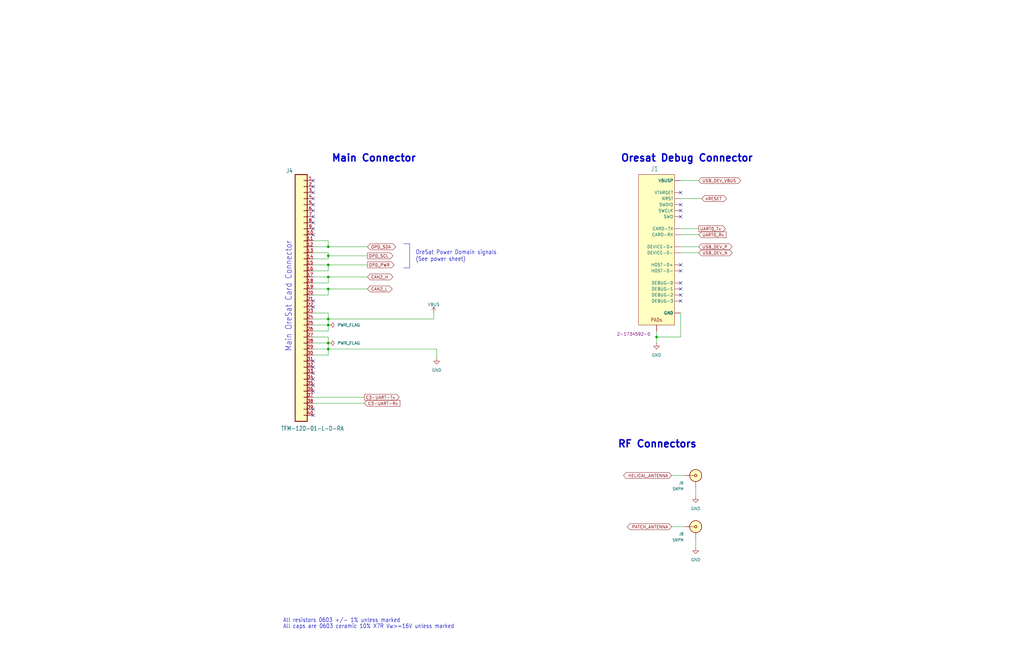
<source format=kicad_sch>
(kicad_sch (version 20250114) (generator "eeschema") (generator_version "9.0")
  (paper "B")
  (title_block (title "Oresat Live Card") (date "2025-09-15") (rev "2.1") (company "Portland State Aerospace Society"))
  (lib_symbols
    (symbol "oresat-connectors:J-MOLEX-SMPM-73300-002X"
      (property "Reference" "J" (at 5.08 -3.81 0))
      (property "Value" "733000020" (at 5.08 -6.35 0))
      (symbol "J-MOLEX-SMPM-73300-002X_1_0"
        (circle (center 0 0) (radius 0.508) (stroke (width 0.254)))
        (circle (center 0 0) (radius 2.54) (stroke (width 0.254)) (fill (type background)))
        (polyline (pts (xy 0.508 0) (xy 3.556 0)) (stroke (width 0.1524)))
        (pin passive line (at 0 -5.08 90) (length 2.54) (name "SHLD") (number "SHLD"))
        (pin passive line (at 5.08 0 180) (length 2.54) (name "SIG") (number "SIG"))
      )
    )
    (symbol "oresat-connectors:J-SAMTEC-TFM-120-01-L-D-RA" (pin_names (hide yes))
      (property "Reference" "J" (at 0 54.61 0))
      (property "Value" "J-SAMTEC-TFM-120-01-L-D-RA" (at 0 52.07 0))
      (symbol "J-SAMTEC-TFM-120-01-L-D-RA_0_1"
        (rectangle (start 2.413 48.387) (end 1.143 48.133) (stroke (width 0.1524)))
        (rectangle (start 2.413 45.847) (end 1.143 45.593) (stroke (width 0.1524)))
        (rectangle (start 2.413 43.307) (end 1.143 43.053) (stroke (width 0.1524)))
        (rectangle (start 2.413 40.767) (end 1.143 40.513) (stroke (width 0.1524)))
        (rectangle (start 2.413 38.227) (end 1.143 37.973) (stroke (width 0.1524)))
        (rectangle (start 2.413 35.687) (end 1.143 35.433) (stroke (width 0.1524)))
        (rectangle (start 2.413 33.147) (end 1.143 32.893) (stroke (width 0.1524)))
        (rectangle (start 2.413 30.607) (end 1.143 30.353) (stroke (width 0.1524)))
        (rectangle (start 2.413 28.067) (end 1.143 27.813) (stroke (width 0.1524)))
        (rectangle (start 2.413 25.527) (end 1.143 25.273) (stroke (width 0.1524)))
        (rectangle (start 2.413 22.987) (end 1.143 22.733) (stroke (width 0.1524)))
        (rectangle (start 2.413 20.447) (end 1.143 20.193) (stroke (width 0.1524)))
        (rectangle (start 2.413 17.907) (end 1.143 17.653) (stroke (width 0.1524)))
        (rectangle (start 2.413 15.367) (end 1.143 15.113) (stroke (width 0.1524)))
        (rectangle (start 2.413 12.827) (end 1.143 12.573) (stroke (width 0.1524)))
        (rectangle (start 2.413 10.287) (end 1.143 10.033) (stroke (width 0.1524)))
        (rectangle (start 2.413 7.747) (end 1.143 7.493) (stroke (width 0.1524)))
        (rectangle (start 2.413 5.207) (end 1.143 4.953) (stroke (width 0.1524)))
        (rectangle (start 2.413 2.667) (end 1.143 2.413) (stroke (width 0.1524)))
        (rectangle (start 2.413 0.127) (end 1.143 -0.127) (stroke (width 0.1524)))
        (rectangle (start 2.413 -2.413) (end 1.143 -2.667) (stroke (width 0.1524)))
        (rectangle (start 2.413 -4.953) (end 1.143 -5.207) (stroke (width 0.1524)))
        (rectangle (start 2.413 -7.493) (end 1.143 -7.747) (stroke (width 0.1524)))
        (rectangle (start 2.413 -10.033) (end 1.143 -10.287) (stroke (width 0.1524)))
        (rectangle (start 2.413 -12.573) (end 1.143 -12.827) (stroke (width 0.1524)))
        (rectangle (start 2.413 -15.113) (end 1.143 -15.367) (stroke (width 0.1524)))
        (rectangle (start 2.413 -17.653) (end 1.143 -17.907) (stroke (width 0.1524)))
        (rectangle (start 2.413 -20.193) (end 1.143 -20.447) (stroke (width 0.1524)))
        (rectangle (start 2.413 -22.733) (end 1.143 -22.987) (stroke (width 0.1524)))
        (rectangle (start 2.413 -25.273) (end 1.143 -25.527) (stroke (width 0.1524)))
        (rectangle (start 2.413 -27.813) (end 1.143 -28.067) (stroke (width 0.1524)))
        (rectangle (start 2.413 -30.353) (end 1.143 -30.607) (stroke (width 0.1524)))
        (rectangle (start 2.413 -32.893) (end 1.143 -33.147) (stroke (width 0.1524)))
        (rectangle (start 2.413 -35.433) (end 1.143 -35.687) (stroke (width 0.1524)))
        (rectangle (start 2.413 -37.973) (end 1.143 -38.227) (stroke (width 0.1524)))
        (rectangle (start 2.413 -40.513) (end 1.143 -40.767) (stroke (width 0.1524)))
        (rectangle (start 2.413 -43.053) (end 1.143 -43.307) (stroke (width 0.1524)))
        (rectangle (start 2.413 -45.593) (end 1.143 -45.847) (stroke (width 0.1524)))
        (rectangle (start 2.413 -48.133) (end 1.143 -48.387) (stroke (width 0.1524)))
        (rectangle (start 2.413 -50.673) (end 1.143 -50.927) (stroke (width 0.1524)))
      )
      (symbol "J-SAMTEC-TFM-120-01-L-D-RA_1_1"
        (rectangle (start -2.54 50.8) (end 2.54 -53.34) (stroke (width 0.4)) (fill (type background)))
        (pin passive line (at 5.08 48.26 180) (length 2.54) (name "") (number "1"))
        (pin passive line (at 5.08 45.72 180) (length 2.54) (name "") (number "2"))
        (pin passive line (at 5.08 43.18 180) (length 2.54) (name "") (number "3"))
        (pin passive line (at 5.08 40.64 180) (length 2.54) (name "") (number "4"))
        (pin passive line (at 5.08 38.1 180) (length 2.54) (name "") (number "5"))
        (pin passive line (at 5.08 35.56 180) (length 2.54) (name "") (number "6"))
        (pin passive line (at 5.08 33.02 180) (length 2.54) (name "") (number "7"))
        (pin passive line (at 5.08 30.48 180) (length 2.54) (name "") (number "8"))
        (pin passive line (at 5.08 27.94 180) (length 2.54) (name "") (number "9"))
        (pin passive line (at 5.08 25.4 180) (length 2.54) (name "") (number "10"))
        (pin passive line (at 5.08 22.86 180) (length 2.54) (name "") (number "11"))
        (pin passive line (at 5.08 20.32 180) (length 2.54) (name "") (number "12"))
        (pin passive line (at 5.08 17.78 180) (length 2.54) (name "") (number "13"))
        (pin passive line (at 5.08 15.24 180) (length 2.54) (name "") (number "14"))
        (pin passive line (at 5.08 12.7 180) (length 2.54) (name "") (number "15"))
        (pin passive line (at 5.08 10.16 180) (length 2.54) (name "") (number "16"))
        (pin passive line (at 5.08 7.62 180) (length 2.54) (name "") (number "17"))
        (pin passive line (at 5.08 5.08 180) (length 2.54) (name "") (number "18"))
        (pin passive line (at 5.08 2.54 180) (length 2.54) (name "") (number "19"))
        (pin passive line (at 5.08 0 180) (length 2.54) (name "") (number "20"))
        (pin passive line (at 5.08 -2.54 180) (length 2.54) (name "") (number "21"))
        (pin passive line (at 5.08 -5.08 180) (length 2.54) (name "") (number "22"))
        (pin passive line (at 5.08 -7.62 180) (length 2.54) (name "") (number "23"))
        (pin passive line (at 5.08 -10.16 180) (length 2.54) (name "") (number "24"))
        (pin passive line (at 5.08 -12.7 180) (length 2.54) (name "") (number "25"))
        (pin passive line (at 5.08 -15.24 180) (length 2.54) (name "") (number "26"))
        (pin passive line (at 5.08 -17.78 180) (length 2.54) (name "") (number "27"))
        (pin passive line (at 5.08 -20.32 180) (length 2.54) (name "") (number "28"))
        (pin passive line (at 5.08 -22.86 180) (length 2.54) (name "") (number "29"))
        (pin passive line (at 5.08 -25.4 180) (length 2.54) (name "") (number "30"))
        (pin passive line (at 5.08 -27.94 180) (length 2.54) (name "") (number "31"))
        (pin passive line (at 5.08 -30.48 180) (length 2.54) (name "") (number "32"))
        (pin passive line (at 5.08 -33.02 180) (length 2.54) (name "") (number "33"))
        (pin passive line (at 5.08 -35.56 180) (length 2.54) (name "") (number "34"))
        (pin passive line (at 5.08 -38.1 180) (length 2.54) (name "") (number "35"))
        (pin passive line (at 5.08 -40.64 180) (length 2.54) (name "") (number "36"))
        (pin passive line (at 5.08 -43.18 180) (length 2.54) (name "") (number "37"))
        (pin passive line (at 5.08 -45.72 180) (length 2.54) (name "") (number "38"))
        (pin passive line (at 5.08 -48.26 180) (length 2.54) (name "") (number "39"))
        (pin passive line (at 5.08 -50.8 180) (length 2.54) (name "") (number "40"))
      )
    )
    (symbol "oresat-connectors:J-TE-2-1734592-0"
      (property "Reference" "J" (at 0 35.56 0))
      (property "Value" "2-1734592-0" (at 0 33.02 0))
      (symbol "J-TE-2-1734592-0_0_1"
        (rectangle (start -7.62 30.48) (end 7.62 -33.02) (fill (type background)))
      )
      (symbol "J-TE-2-1734592-0_1_0"
        (text "PADs" (at -2.54 -31.75 0) (effects (font (size 1.524 1.2954)) (justify left bottom)))
        (pin passive line (at 0 -35.56 90) (length 2.54) (name "PAD") (number "PAD1"))
        (pin passive line (at 0 -35.56 90) (length 2.54) (name "PAD") (number "PAD2"))
        (pin passive line (at 10.16 27.94 180) (length 2.54) (name "VBUSP") (number "1"))
        (pin passive line (at 10.16 27.94 180) (length 2.54) (name "VBUSP") (number "2"))
        (pin passive line (at 10.16 22.86 180) (length 2.54) (name "VTARGET") (number "11"))
        (pin passive line (at 10.16 20.32 180) (length 2.54) (name "NRST") (number "10"))
        (pin passive line (at 10.16 17.78 180) (length 2.54) (name "SWDIO") (number "14"))
        (pin passive line (at 10.16 15.24 180) (length 2.54) (name "SWCLK") (number "15"))
        (pin passive line (at 10.16 12.7 180) (length 2.54) (name "SWO") (number "16"))
        (pin passive line (at 10.16 7.62 180) (length 2.54) (name "CARD-TX") (number "13"))
        (pin passive line (at 10.16 5.08 180) (length 2.54) (name "CARD-RX") (number "12"))
        (pin passive line (at 10.16 0 180) (length 2.54) (name "DEVICE-D+") (number "4"))
        (pin passive line (at 10.16 -2.54 180) (length 2.54) (name "DEVICE-D-") (number "5"))
        (pin passive line (at 10.16 -7.62 180) (length 2.54) (name "HOST-D+") (number "7"))
        (pin passive line (at 10.16 -10.16 180) (length 2.54) (name "HOST-D-") (number "8"))
        (pin passive line (at 10.16 -15.24 180) (length 2.54) (name "DEBUG-0") (number "17"))
        (pin passive line (at 10.16 -17.78 180) (length 2.54) (name "DEBUG-1") (number "18"))
        (pin passive line (at 10.16 -20.32 180) (length 2.54) (name "DEBUG-2") (number "19"))
        (pin passive line (at 10.16 -22.86 180) (length 2.54) (name "DEBUG-3") (number "20"))
        (pin passive line (at 10.16 -27.94 180) (length 2.54) (name "GND") (number "3"))
        (pin passive line (at 10.16 -27.94 180) (length 2.54) (name "GND") (number "6"))
        (pin passive line (at 10.16 -27.94 180) (length 2.54) (name "GND") (number "9"))
      )
    )
    (symbol "power:GND" (power) (pin_numbers (hide yes)) (pin_names (offset 0) (hide yes))
      (property "Value" "GND" (at 0 -3.81 0))
      (symbol "GND_0_1"
        (polyline (pts (xy 0 0) (xy 0 -1.27) (xy 1.27 -1.27) (xy 0 -2.54) (xy -1.27 -1.27) (xy 0 -1.27)))
      )
      (symbol "GND_1_1"
        (pin power_in line (at 0 0 270) (length 0) (name "~") (number "1"))
      )
    )
    (symbol "power:PWR_FLAG" (power) (pin_numbers (hide yes)) (pin_names (offset 0) (hide yes))
      (property "Value" "PWR_FLAG" (at 0 3.81 0))
      (symbol "PWR_FLAG_0_0"
        (pin power_out line (at 0 0 90) (length 0) (name "pwr") (number "1"))
      )
      (symbol "PWR_FLAG_0_1"
        (polyline (pts (xy 0 0) (xy 0 1.27) (xy -1.016 1.905) (xy 0 2.54) (xy 1.016 1.905) (xy 0 1.27)))
      )
    )
    (symbol "power:VBUS" (power) (pin_numbers (hide yes)) (pin_names (offset 0) (hide yes))
      (property "Value" "VBUS" (at 0 3.556 0))
      (symbol "VBUS_0_1"
        (polyline (pts (xy -0.762 1.27) (xy 0 2.54)))
        (polyline (pts (xy 0 2.54) (xy 0.762 1.27)))
        (polyline (pts (xy 0 0) (xy 0 2.54)))
      )
      (symbol "VBUS_1_1"
        (pin power_in line (at 0 0 90) (length 0) (name "~") (number "1"))
      )
    )
  )
  (text "OreSat Power Domain signals\n(See power sheet)" (at 175.26 110.49 0) (effects (font (size 1.778 1.5113)) (justify left bottom)))
  (text "All resistors 0603 +/- 1% unless marked" (at 119.38 262.89 0) (effects (font (size 1.778 1.5113)) (justify left bottom)))
  (text "RF Connectors" (at 260.35 189.23 0) (effects (font (size 3 3) (thickness 0.6) (bold yes)) (justify left bottom)))
  (text "Main Connector" (at 139.7 68.58 0) (effects (font (size 3 3) (thickness 0.6) (bold yes)) (justify left bottom)))
  (text "Main OreSat Card Connector" (at 123.19 101.6 90) (effects (font (size 2.54 2.159)) (justify right bottom)))
  (text "All caps are 0603 ceramic 10% X7R Vw>=16V unless marked" (at 119.38 265.43 0) (effects (font (size 1.778 1.5113)) (justify left bottom)))
  (text "Oresat Debug Connector" (at 261.62 68.58 0) (effects (font (size 3 3) (thickness 0.6) (bold yes)) (justify left bottom)))
  (junction (at 138.43 107.95))
  (junction (at 138.43 111.76))
  (junction (at 276.86 142.24))
  (junction (at 138.43 147.32))
  (junction (at 138.43 116.84))
  (junction (at 138.43 121.92))
  (junction (at 138.43 134.62))
  (junction (at 138.43 104.14))
  (junction (at 138.43 144.78))
  (junction (at 138.43 137.16))
  (no_connect (at 132.08 160.02))
  (no_connect (at 287.02 119.38))
  (no_connect (at 287.02 111.76))
  (no_connect (at 132.08 127))
  (no_connect (at 132.08 78.74))
  (no_connect (at 132.08 99.06))
  (no_connect (at 132.08 165.1))
  (no_connect (at 132.08 86.36))
  (no_connect (at 132.08 83.82))
  (no_connect (at 132.08 154.94))
  (no_connect (at 287.02 124.46))
  (no_connect (at 132.08 172.72))
  (no_connect (at 132.08 175.26))
  (no_connect (at 132.08 157.48))
  (no_connect (at 132.08 88.9))
  (no_connect (at 132.08 129.54))
  (no_connect (at 287.02 91.44))
  (no_connect (at 287.02 121.92))
  (no_connect (at 132.08 91.44))
  (no_connect (at 132.08 93.98))
  (no_connect (at 287.02 86.36))
  (no_connect (at 132.08 162.56))
  (no_connect (at 287.02 81.28))
  (no_connect (at 132.08 96.52))
  (no_connect (at 132.08 152.4))
  (no_connect (at 132.08 76.2))
  (no_connect (at 287.02 114.3))
  (no_connect (at 132.08 81.28))
  (no_connect (at 287.02 88.9))
  (no_connect (at 287.02 127))
  (wire (pts (xy 138.43 111.76) (xy 138.43 114.3)))
  (wire (pts (xy 132.08 147.32) (xy 138.43 147.32)))
  (wire (pts (xy 132.08 149.86) (xy 138.43 149.86)))
  (wire (pts (xy 132.08 132.08) (xy 138.43 132.08)))
  (wire (pts (xy 293.37 227.33) (xy 293.37 231.14)))
  (wire (pts (xy 132.08 109.22) (xy 138.43 109.22)))
  (wire (pts (xy 138.43 109.22) (xy 138.43 107.95)))
  (wire (pts (xy 138.43 144.78) (xy 138.43 147.32)))
  (wire (pts (xy 132.08 170.18) (xy 153.67 170.18)))
  (wire (pts (xy 287.02 83.82) (xy 295.91 83.82)))
  (wire (pts (xy 138.43 111.76) (xy 154.94 111.76)))
  (wire (pts (xy 138.43 144.78) (xy 138.43 142.24)))
  (polyline (pts (xy 170.18 102.87) (xy 172.72 102.87)))
  (wire (pts (xy 132.08 101.6) (xy 138.43 101.6)))
  (wire (pts (xy 276.86 139.7) (xy 276.86 142.24)))
  (wire (pts (xy 138.43 137.16) (xy 138.43 134.62)))
  (wire (pts (xy 132.08 142.24) (xy 138.43 142.24)))
  (wire (pts (xy 287.02 142.24) (xy 287.02 132.08)))
  (wire (pts (xy 132.08 124.46) (xy 138.43 124.46)))
  (wire (pts (xy 132.08 104.14) (xy 138.43 104.14)))
  (wire (pts (xy 132.08 119.38) (xy 138.43 119.38)))
  (wire (pts (xy 132.08 167.64) (xy 153.67 167.64)))
  (polyline (pts (xy 172.72 113.03) (xy 170.18 113.03)))
  (wire (pts (xy 132.08 114.3) (xy 138.43 114.3)))
  (wire (pts (xy 138.43 119.38) (xy 138.43 116.84)))
  (wire (pts (xy 138.43 121.92) (xy 154.94 121.92)))
  (wire (pts (xy 138.43 104.14) (xy 138.43 101.6)))
  (wire (pts (xy 138.43 149.86) (xy 138.43 147.32)))
  (wire (pts (xy 287.02 96.52) (xy 294.64 96.52)))
  (wire (pts (xy 283.21 222.25) (xy 288.29 222.25)))
  (wire (pts (xy 154.94 107.95) (xy 138.43 107.95)))
  (wire (pts (xy 132.08 121.92) (xy 138.43 121.92)))
  (wire (pts (xy 132.08 134.62) (xy 138.43 134.62)))
  (wire (pts (xy 287.02 99.06) (xy 294.64 99.06)))
  (wire (pts (xy 138.43 104.14) (xy 154.94 104.14)))
  (wire (pts (xy 132.08 111.76) (xy 138.43 111.76)))
  (wire (pts (xy 132.08 139.7) (xy 138.43 139.7)))
  (wire (pts (xy 283.21 200.66) (xy 288.29 200.66)))
  (wire (pts (xy 138.43 139.7) (xy 138.43 137.16)))
  (wire (pts (xy 287.02 104.14) (xy 294.64 104.14)))
  (wire (pts (xy 184.15 151.13) (xy 184.15 147.32)))
  (wire (pts (xy 276.86 144.78) (xy 276.86 142.24)))
  (wire (pts (xy 138.43 124.46) (xy 138.43 121.92)))
  (wire (pts (xy 132.08 137.16) (xy 138.43 137.16)))
  (wire (pts (xy 138.43 134.62) (xy 138.43 132.08)))
  (wire (pts (xy 138.43 147.32) (xy 184.15 147.32)))
  (wire (pts (xy 182.88 132.08) (xy 182.88 134.62)))
  (wire (pts (xy 293.37 205.74) (xy 293.37 209.55)))
  (wire (pts (xy 287.02 106.68) (xy 294.64 106.68)))
  (wire (pts (xy 138.43 116.84) (xy 154.94 116.84)))
  (wire (pts (xy 287.02 76.2) (xy 294.64 76.2)))
  (wire (pts (xy 132.08 144.78) (xy 138.43 144.78)))
  (wire (pts (xy 138.43 107.95) (xy 138.43 106.68)))
  (wire (pts (xy 276.86 142.24) (xy 287.02 142.24)))
  (wire (pts (xy 138.43 134.62) (xy 182.88 134.62)))
  (wire (pts (xy 132.08 106.68) (xy 138.43 106.68)))
  (wire (pts (xy 132.08 116.84) (xy 138.43 116.84)))
  (polyline (pts (xy 172.72 102.87) (xy 172.72 113.03)))
  (global_label "UART0_Rx" (shape input) (at 294.64 99.06 0) (property "Intersheetrefs" "${INTERSHEET_REFS}" (at 306.7571 99.06 0) (effects (font (size 0.889 0.889)) (justify left))))
  (global_label "USB_DEV_VBUS" (shape bidirectional) (at 294.64 76.2 0) (property "Intersheetrefs" "${INTERSHEET_REFS}" (at 312.8879 76.2 0) (effects (font (size 0.889 0.889)) (justify left))))
  (global_label "OPD_PWR" (shape output) (at 154.94 111.76 0) (property "Intersheetrefs" "${INTERSHEET_REFS}" (at 166.7547 111.76 0) (effects (justify left))))
  (global_label "OPD_SCL" (shape output) (at 154.94 107.95 0) (property "Intersheetrefs" "${INTERSHEET_REFS}" (at 166.2709 107.95 0) (effects (justify left))))
  (global_label "C3-UART-Tx" (shape output) (at 153.67 167.64 0) (property "Intersheetrefs" "${INTERSHEET_REFS}" (at 168.9319 167.64 0) (effects (justify left))))
  (global_label "PATCH_ANTENNA" (shape bidirectional) (at 283.21 222.25 180) (property "Intersheetrefs" "${INTERSHEET_REFS}" (at 263.9339 222.25 0) (effects (justify right))))
  (global_label "UART0_Tx" (shape output) (at 294.64 96.52 0) (property "Intersheetrefs" "${INTERSHEET_REFS}" (at 306.4547 96.52 0) (effects (font (size 0.889 0.889)) (justify left))))
  (global_label "USB_DEV_P" (shape bidirectional) (at 294.64 104.14 0) (property "Intersheetrefs" "${INTERSHEET_REFS}" (at 309.2593 104.14 0) (effects (font (size 0.889 0.889)) (justify left))))
  (global_label "C3-UART-Rx" (shape input) (at 153.67 170.18 0) (property "Intersheetrefs" "${INTERSHEET_REFS}" (at 168.6621 170.1006 0) (effects (justify left))))
  (global_label "nRESET" (shape bidirectional) (at 295.91 83.82 0) (property "Intersheetrefs" "${INTERSHEET_REFS}" (at 306.9006 83.82 0) (effects (justify left))))
  (global_label "USB_DEV_N" (shape bidirectional) (at 294.64 106.68 0) (property "Intersheetrefs" "${INTERSHEET_REFS}" (at 309.3198 106.68 0) (effects (font (size 0.889 0.889)) (justify left))))
  (global_label "CAN2_L" (shape bidirectional) (at 154.94 121.92 0) (property "Intersheetrefs" "${INTERSHEET_REFS}" (at 165.9308 121.92 0) (effects (justify left))))
  (global_label "OPD_SDA" (shape bidirectional) (at 154.94 104.14 0) (property "Intersheetrefs" "${INTERSHEET_REFS}" (at 167.4427 104.14 0) (effects (justify left))))
  (global_label "CAN2_H" (shape bidirectional) (at 154.94 116.84 0) (property "Intersheetrefs" "${INTERSHEET_REFS}" (at 166.2332 116.84 0) (effects (justify left))))
  (global_label "HELICAL_ANTENNA" (shape bidirectional) (at 283.21 200.66 180) (property "Intersheetrefs" "${INTERSHEET_REFS}" (at 262.3615 200.66 0) (effects (justify right))))
  (symbol (lib_id "power:PWR_FLAG") (at 138.43 137.16 270) (unit 1)
    (property "Reference" "#FLG01" (effects (hide yes)))
    (property "Value" "PWR_FLAG" (at 142.24 137.16 90) (effects (justify left)))
    (instances (project "oresat-gps-card" (path "" (reference "#FLG02") (unit 1))) (project "oresat-live-card" (path "" (reference "#FLG01") (unit 1))))
  )
  (symbol (lib_id "oresat-connectors:J-SAMTEC-TFM-120-01-L-D-RA") (at 127 124.46 0) (unit 1)
    (property "Reference" "J4" (at 120.65 73.025 0) (effects (font (size 1.778 1.5113)) (justify left bottom)))
    (property "Value" "TFM-120-01-L-D-RA" (at 145.034 179.832 0) (effects (font (size 1.778 1.5113)) (justify right top)))
    (property "Footprint" "oresat-connectors:J-SAMTEC-TFM-120-X1-XXX-D-RA" (effects (hide yes)))
    (property "Datasheet" "https://suddendocs.samtec.com/catalog_english/tfm.pdf" (effects (hide yes)))
    (property "Description" "CONN HEADER R/A 40POS 1.27MM" (effects (hide yes)))
    (property "MPN" "TFM-120-01-L-D-RA" (effects (hide yes)))
    (property "DPN" "SAM10145-ND " (effects (hide yes)))
    (property "MFR" "Samtec Inc. " (effects (hide yes)))
    (property "DIS" "DigiKey" (effects (hide yes)))
  )
  (symbol (lib_id "power:GND") (at 276.86 144.78 0) (unit 1)
    (property "Reference" "#PWR3" (effects (hide yes)))
    (property "Value" "GND" (at 276.86 149.86 0))
    (property "Description" "Power symbol creates a global label with name \"GND\" , ground" (effects (hide yes)))
  )
  (symbol (lib_id "power:VBUS") (at 182.88 132.08 0) (unit 1)
    (property "Reference" "#PWR101" (effects (hide yes)))
    (property "Value" "VBUS" (at 182.88 128.524 0))
    (property "Description" "Power symbol creates a global label with name \"VBUS\"" (effects (hide yes)))
  )
  (symbol (lib_id "power:PWR_FLAG") (at 138.43 144.78 270) (unit 1)
    (property "Reference" "#FLG09" (effects (hide yes)))
    (property "Value" "PWR_FLAG" (at 142.24 144.78 90) (effects (justify left)))
  )
  (symbol (lib_id "oresat-connectors:J-TE-2-1734592-0") (at 276.86 104.14 0) (unit 1)
    (property "Reference" "J1" (at 274.32 72.39 0) (effects (font (size 2.0828 1.7703)) (justify left bottom)))
    (property "Value" "ORESAT-DEBUG-CONNECTOR" (effects (hide yes)))
    (property "Footprint" "oresat-connectors:J-TE-2-1734592-0" (effects (hide yes)))
    (property "Datasheet" "https://www.te.com/usa-en/product-2-1734592-0.datasheet.pdf" (effects (hide yes)))
    (property "Description" "CONN FPC BOTTOM 20POS 0.50MM R/A" (effects (hide yes)))
    (property "MPN" "2-1734592-0" (at 267.208 140.97 0))
    (property "DPN" "A100287CT-ND " (effects (hide yes)))
    (property "MFR" "TE Connectivity AMP Connectors " (effects (hide yes)))
    (property "DIS" "DigiKey" (effects (hide yes)))
  )
  (symbol (lib_id "oresat-connectors:J-MOLEX-SMPM-73300-002X") (at 293.37 222.25 0) (mirror y) (unit 1)
    (property "Reference" "J8" (at 288.29 226.06 0) (effects (font (size 1.27 1.0795)) (justify left bottom)))
    (property "Value" "SMPM" (at 288.29 228.6 0) (effects (font (size 1.27 1.0795)) (justify left bottom)))
    (property "Footprint" "oresat-connectors:J-MOLEX-SMPM-073300-002X" (effects (hide yes)))
    (property "Datasheet" "https://tools.molex.com/pdm_docs/sd/733000020_sd.pdf" (effects (hide yes)))
    (property "Description" "CONN SMPM PLUG STR 50OHM EDGEMNT" (effects (hide yes)))
    (property "MPN" "0733000020" (effects (hide yes)))
    (property "DPN" "WM10772-ND " (effects (hide yes)))
    (property "MFR" "MOLEX" (effects (hide yes)))
    (property "DIS" "DigiKey" (effects (hide yes)))
  )
  (symbol (lib_id "power:GND") (at 184.15 151.13 0) (unit 1)
    (property "Reference" "#PWR2" (effects (hide yes)))
    (property "Value" "GND" (at 184.15 156.21 0))
    (property "Description" "Power symbol creates a global label with name \"GND\" , ground" (effects (hide yes)))
  )
  (symbol (lib_id "power:GND") (at 293.37 209.55 0) (unit 1)
    (property "Reference" "#PWR4" (effects (hide yes)))
    (property "Value" "GND" (at 293.37 214.63 0))
    (property "Description" "Power symbol creates a global label with name \"GND\" , ground" (effects (hide yes)))
  )
  (symbol (lib_id "oresat-connectors:J-MOLEX-SMPM-73300-002X") (at 293.37 200.66 0) (mirror y) (unit 1)
    (property "Reference" "J6" (at 288.29 204.47 0) (effects (font (size 1.27 1.0795)) (justify left bottom)))
    (property "Value" "SMPM" (at 288.29 207.01 0) (effects (font (size 1.27 1.0795)) (justify left bottom)))
    (property "Footprint" "oresat-connectors:J-MOLEX-SMPM-073300-002X" (effects (hide yes)))
    (property "Datasheet" "https://tools.molex.com/pdm_docs/sd/733000020_sd.pdf" (effects (hide yes)))
    (property "Description" "CONN SMPM PLUG STR 50OHM EDGEMNT" (effects (hide yes)))
    (property "MPN" "0733000020" (effects (hide yes)))
    (property "DPN" "WM10772-ND " (effects (hide yes)))
    (property "MFR" "MOLEX" (effects (hide yes)))
    (property "DIS" "DigiKey" (effects (hide yes)))
  )
  (symbol (lib_id "power:GND") (at 293.37 231.14 0) (unit 1)
    (property "Reference" "#PWR5" (effects (hide yes)))
    (property "Value" "GND" (at 293.37 236.22 0))
    (property "Description" "Power symbol creates a global label with name \"GND\" , ground" (effects (hide yes)))
  )
)
</source>
